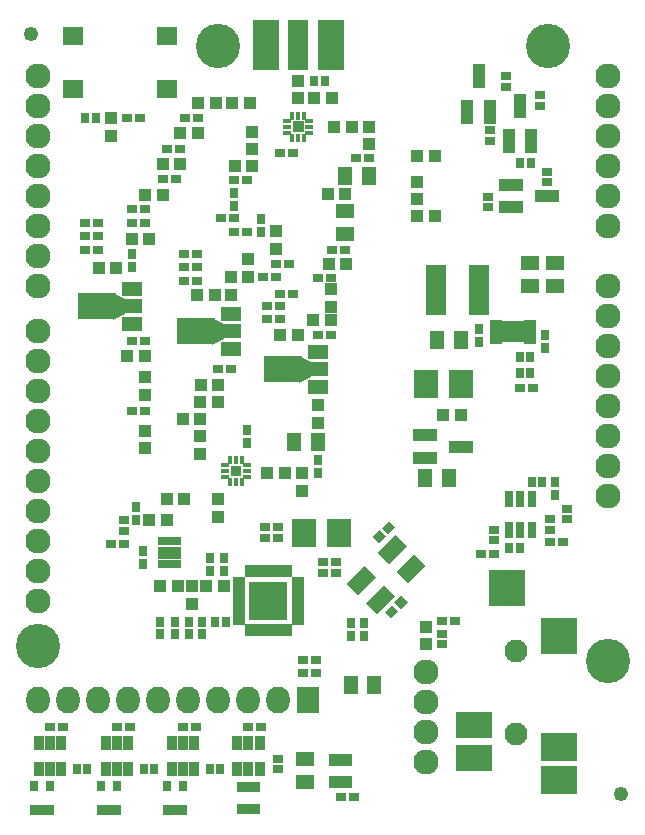
<source format=gts>
G04 #@! TF.FileFunction,Soldermask,Top*
%FSLAX46Y46*%
G04 Gerber Fmt 4.6, Leading zero omitted, Abs format (unit mm)*
G04 Created by KiCad (PCBNEW 4.0.0-rc1-stable) date 2/9/2016 2:30:25 PM*
%MOMM*%
G01*
G04 APERTURE LIST*
%ADD10C,0.150000*%
%ADD11R,3.050000X2.250000*%
%ADD12R,3.050000X2.450000*%
%ADD13R,3.050000X3.050000*%
%ADD14C,1.950000*%
%ADD15C,2.129600*%
%ADD16R,0.504000X1.012000*%
%ADD17R,1.012000X0.504000*%
%ADD18R,3.249740X3.249740*%
%ADD19R,0.798640X1.448880*%
%ADD20R,1.800000X1.550000*%
%ADD21R,1.050000X1.000000*%
%ADD22R,1.000000X1.050000*%
%ADD23R,1.977200X2.282000*%
%ADD24O,1.977200X2.282000*%
%ADD25R,1.751140X1.250760*%
%ADD26R,3.249740X2.248980*%
%ADD27R,0.850000X0.750000*%
%ADD28R,0.750000X0.850000*%
%ADD29R,0.650000X0.850000*%
%ADD30R,0.850000X0.650000*%
%ADD31R,0.690000X0.450000*%
%ADD32R,0.450000X0.690000*%
%ADD33R,0.630000X0.630000*%
%ADD34R,0.850000X1.250000*%
%ADD35R,0.670000X0.950000*%
%ADD36R,0.648780X0.999300*%
%ADD37R,0.656400X0.910400*%
%ADD38R,1.250000X1.500000*%
%ADD39R,1.500000X1.250000*%
%ADD40C,1.248220*%
%ADD41R,2.050000X2.480000*%
%ADD42R,0.550000X0.750000*%
%ADD43R,1.130000X1.050000*%
%ADD44R,1.750000X4.250000*%
%ADD45R,1.000000X0.550000*%
%ADD46R,1.125000X0.975000*%
%ADD47R,2.050860X1.050100*%
%ADD48R,2.250000X4.314000*%
%ADD49R,1.774000X4.314000*%
%ADD50R,1.050100X2.050860*%
%ADD51C,3.750000*%
G04 APERTURE END LIST*
D10*
D11*
X39500000Y-3095000D03*
X39500000Y-295000D03*
D12*
X46700000Y-2195000D03*
X46700000Y-4995000D03*
D13*
X46700000Y7205000D03*
X42350000Y11305000D03*
D14*
X43100000Y-1095000D03*
X43100000Y5905000D03*
D15*
X35470000Y1625000D03*
X35470000Y-915000D03*
X35470000Y-3455000D03*
X35470000Y4165000D03*
D16*
X23349680Y7680640D03*
X22849300Y7680640D03*
X22348920Y7680640D03*
X23850060Y7680640D03*
D17*
X24599360Y8429940D03*
X24599360Y8930320D03*
X24599360Y9430700D03*
X24599360Y9931080D03*
X24599360Y10428920D03*
X24599360Y10929300D03*
X24599360Y11429680D03*
X24599360Y11930060D03*
D16*
X20349940Y12679360D03*
X23850060Y12679360D03*
X23349680Y12679360D03*
X22849300Y12679360D03*
X22348920Y12679360D03*
X21851080Y12679360D03*
X21350700Y12679360D03*
X20850320Y12679360D03*
D17*
X19600640Y11930060D03*
X19600640Y11429680D03*
X19600640Y10929300D03*
X19600640Y10428920D03*
X19600640Y9931080D03*
X19600640Y9430700D03*
X19600640Y8930320D03*
X19600640Y8429940D03*
D16*
X20349940Y7680640D03*
X20850320Y7680640D03*
X21350700Y7680640D03*
X21851080Y7680640D03*
D18*
X22100000Y10180000D03*
D10*
G36*
X31301412Y9033315D02*
X30346945Y9987782D01*
X31867168Y11508005D01*
X32821635Y10553538D01*
X31301412Y9033315D01*
X31301412Y9033315D01*
G37*
G36*
X33916462Y11648365D02*
X32961995Y12602832D01*
X34482218Y14123055D01*
X35436685Y13168588D01*
X33916462Y11648365D01*
X33916462Y11648365D01*
G37*
G36*
X32292832Y13271995D02*
X31338365Y14226462D01*
X32858588Y15746685D01*
X33813055Y14792218D01*
X32292832Y13271995D01*
X32292832Y13271995D01*
G37*
G36*
X29677782Y10656945D02*
X28723315Y11611412D01*
X30243538Y13131635D01*
X31198005Y12177168D01*
X29677782Y10656945D01*
X29677782Y10656945D01*
G37*
D19*
X42510040Y18777940D03*
X43460000Y18777940D03*
X44409960Y18777940D03*
X44409960Y16182060D03*
X43460000Y16182060D03*
X42510040Y16182060D03*
D20*
X13545000Y53500000D03*
X5595000Y53500000D03*
X5595000Y58000000D03*
X13545000Y58000000D03*
D21*
X11660000Y30940000D03*
X10160000Y30940000D03*
X17870000Y28470000D03*
X16370000Y28470000D03*
D22*
X24930000Y21010000D03*
X24930000Y19510000D03*
D21*
X10550000Y40790000D03*
X12050000Y40790000D03*
D22*
X20380000Y37590000D03*
X20380000Y39090000D03*
D21*
X7750000Y38400000D03*
X9250000Y38400000D03*
X16060000Y36090000D03*
X17560000Y36090000D03*
D22*
X11660000Y27600000D03*
X11660000Y29100000D03*
X18950000Y37600000D03*
X18950000Y36100000D03*
X26320000Y25260000D03*
X26320000Y26760000D03*
D21*
X23110000Y32670000D03*
X24610000Y32670000D03*
D23*
X25480000Y1780000D03*
D24*
X22940000Y1780000D03*
X20400000Y1780000D03*
X17860000Y1780000D03*
X15320000Y1780000D03*
X12780000Y1780000D03*
X10240000Y1780000D03*
X7700000Y1780000D03*
X5160000Y1780000D03*
X2620000Y1780000D03*
D21*
X38400000Y25930000D03*
X36900000Y25930000D03*
D25*
X10561660Y33618860D03*
X10561660Y35120000D03*
X10561660Y36621140D03*
D26*
X7610180Y35120000D03*
D10*
G36*
X8959650Y36245760D02*
X9958950Y35745380D01*
X9958950Y34494620D01*
X8959650Y33994240D01*
X8959650Y36245760D01*
X8959650Y36245760D01*
G37*
D25*
X18941660Y31498860D03*
X18941660Y33000000D03*
X18941660Y34501140D03*
D26*
X15990180Y33000000D03*
D10*
G36*
X17339650Y34125760D02*
X18338950Y33625380D01*
X18338950Y32374620D01*
X17339650Y31874240D01*
X17339650Y34125760D01*
X17339650Y34125760D01*
G37*
D25*
X26321660Y28268860D03*
X26321660Y29770000D03*
X26321660Y31271140D03*
D26*
X23370180Y29770000D03*
D10*
G36*
X24719650Y30895760D02*
X25718950Y30395380D01*
X25718950Y29144620D01*
X24719650Y28644240D01*
X24719650Y30895760D01*
X24719650Y30895760D01*
G37*
D27*
X25060000Y5190000D03*
X26160000Y5190000D03*
X25060000Y4040000D03*
X26160000Y4040000D03*
D28*
X16500000Y8430000D03*
X16500000Y7330000D03*
X15360000Y8430000D03*
X15360000Y7330000D03*
X29110000Y8280000D03*
X29110000Y7180000D03*
X30180000Y8280000D03*
X30180000Y7180000D03*
X14190000Y8430000D03*
X14190000Y7330000D03*
X12950000Y8430000D03*
X12950000Y7330000D03*
D10*
G36*
X32525736Y8735406D02*
X31995406Y9265736D01*
X32596446Y9866776D01*
X33126776Y9336446D01*
X32525736Y8735406D01*
X32525736Y8735406D01*
G37*
G36*
X33303554Y9513224D02*
X32773224Y10043554D01*
X33374264Y10644594D01*
X33904594Y10114264D01*
X33303554Y9513224D01*
X33303554Y9513224D01*
G37*
G36*
X31455736Y15035406D02*
X30925406Y15565736D01*
X31526446Y16166776D01*
X32056776Y15636446D01*
X31455736Y15035406D01*
X31455736Y15035406D01*
G37*
G36*
X32233554Y15813224D02*
X31703224Y16343554D01*
X32304264Y16944594D01*
X32834594Y16414264D01*
X32233554Y15813224D01*
X32233554Y15813224D01*
G37*
D27*
X21820000Y15510000D03*
X22920000Y15510000D03*
X21820000Y16460000D03*
X22920000Y16460000D03*
D28*
X18320000Y12680000D03*
X18320000Y13780000D03*
X17180000Y12680000D03*
X17180000Y13780000D03*
D27*
X20420000Y-510000D03*
X21520000Y-510000D03*
X29340000Y-6470000D03*
X28240000Y-6470000D03*
D22*
X24650000Y52720000D03*
X24650000Y54220000D03*
X11660000Y23080000D03*
X11660000Y24580000D03*
X16360000Y22640000D03*
X16360000Y24140000D03*
D21*
X22030000Y21010000D03*
X23530000Y21010000D03*
D27*
X24160000Y48075000D03*
X23060000Y48075000D03*
X7730000Y41070000D03*
X6630000Y41070000D03*
D28*
X20310000Y23520000D03*
X20310000Y24620000D03*
X39950000Y32120000D03*
X39950000Y33220000D03*
D27*
X23110000Y35180000D03*
X22010000Y35180000D03*
X47100000Y15120000D03*
X46000000Y15120000D03*
D22*
X8790000Y49560000D03*
X8790000Y51060000D03*
D27*
X11240000Y51050000D03*
X10140000Y51050000D03*
D28*
X46390000Y20260000D03*
X46390000Y19160000D03*
D27*
X37930000Y8450000D03*
X36830000Y8450000D03*
D28*
X21480000Y41450000D03*
X21480000Y42550000D03*
D27*
X14660000Y48440000D03*
X13560000Y48440000D03*
X19210000Y42570000D03*
X18110000Y42570000D03*
X41200000Y14180000D03*
X40100000Y14180000D03*
D22*
X35460000Y8000000D03*
X35460000Y6500000D03*
D29*
X18500000Y8430000D03*
X17600000Y8430000D03*
X43410000Y14640000D03*
X42510000Y14640000D03*
D30*
X41220000Y16190000D03*
X41220000Y15290000D03*
D29*
X44410000Y20260000D03*
X45310000Y20260000D03*
X7490000Y51050000D03*
X6590000Y51050000D03*
D30*
X46000000Y17080000D03*
X46000000Y16180000D03*
X47430000Y17090000D03*
X47430000Y17990000D03*
X36830000Y7410000D03*
X36830000Y6510000D03*
X42275000Y54605000D03*
X42275000Y53705000D03*
X45075000Y52105000D03*
X45075000Y53005000D03*
D31*
X23720000Y50820000D03*
X23720000Y50320000D03*
X23720000Y49820000D03*
D32*
X24150000Y49390000D03*
X24650000Y49390000D03*
X25150000Y49390000D03*
D31*
X25580000Y49820000D03*
X25580000Y50320000D03*
X25580000Y50820000D03*
D32*
X25150000Y51250000D03*
X24650000Y51250000D03*
X24150000Y51250000D03*
D33*
X24840000Y50130000D03*
X24840000Y50510000D03*
X24460000Y50130000D03*
X24460000Y50510000D03*
D31*
X20310000Y20660000D03*
X20310000Y21160000D03*
X20310000Y21660000D03*
D32*
X19880000Y22090000D03*
X19380000Y22090000D03*
X18880000Y22090000D03*
D31*
X18450000Y21660000D03*
X18450000Y21160000D03*
X18450000Y20660000D03*
D32*
X18880000Y20230000D03*
X19380000Y20230000D03*
X19880000Y20230000D03*
D33*
X19190000Y21350000D03*
X19190000Y20970000D03*
X19570000Y21350000D03*
X19570000Y20970000D03*
D27*
X9285000Y-515000D03*
X10385000Y-515000D03*
X14885000Y-515000D03*
X15985000Y-515000D03*
X3610000Y-515000D03*
X4710000Y-515000D03*
X11660000Y43330000D03*
X10560000Y43330000D03*
X22740000Y38730000D03*
X23840000Y38730000D03*
D21*
X27410000Y33960000D03*
X25910000Y33960000D03*
D34*
X21370000Y-1880000D03*
X20420000Y-1880000D03*
X19470000Y-1880000D03*
X19470000Y-4080000D03*
X20420000Y-4080000D03*
X21370000Y-4080000D03*
X15835000Y-1890000D03*
X14885000Y-1890000D03*
X13935000Y-1890000D03*
X13935000Y-4090000D03*
X14885000Y-4090000D03*
X15835000Y-4090000D03*
X10235000Y-1890000D03*
X9285000Y-1890000D03*
X8335000Y-1890000D03*
X8335000Y-4090000D03*
X9285000Y-4090000D03*
X10235000Y-4090000D03*
X4560000Y-1890000D03*
X3610000Y-1890000D03*
X2660000Y-1890000D03*
X2660000Y-4090000D03*
X3610000Y-4090000D03*
X4560000Y-4090000D03*
D30*
X22970000Y-3180000D03*
X22970000Y-4080000D03*
D29*
X12460000Y-4090000D03*
X11560000Y-4090000D03*
X18040000Y-4090000D03*
X17140000Y-4090000D03*
X6785000Y-4090000D03*
X5885000Y-4090000D03*
D35*
X19770000Y-7450000D03*
X20420000Y-7450000D03*
X21070000Y-7450000D03*
X21070000Y-5550000D03*
X20420000Y-5550000D03*
X19770000Y-5550000D03*
D27*
X28630000Y39900000D03*
X27530000Y39900000D03*
D36*
X28890240Y-3290040D03*
X28240000Y-3290040D03*
X27589760Y-3290040D03*
X27589760Y-5189960D03*
X28240000Y-5189960D03*
X28890240Y-5189960D03*
D37*
X7969600Y-7506000D03*
X9290400Y-7506000D03*
X8630000Y-7506000D03*
X9290400Y-5474000D03*
X7969600Y-5474000D03*
X13559600Y-7506000D03*
X14880400Y-7506000D03*
X14220000Y-7506000D03*
X14880400Y-5474000D03*
X13559600Y-5474000D03*
X2289600Y-7506000D03*
X3610400Y-7506000D03*
X2950000Y-7506000D03*
X3610400Y-5474000D03*
X2289600Y-5474000D03*
D21*
X28630000Y44610000D03*
X27130000Y44610000D03*
X20560000Y52290000D03*
X19060000Y52290000D03*
X15000000Y18805000D03*
X13500000Y18805000D03*
X13160000Y44580000D03*
X11660000Y44580000D03*
D22*
X22740000Y41460000D03*
X22740000Y39960000D03*
D21*
X14670000Y47160000D03*
X13170000Y47160000D03*
X16160000Y49750000D03*
X14660000Y49750000D03*
X17680000Y52300000D03*
X16180000Y52300000D03*
X20760000Y46990000D03*
X19260000Y46990000D03*
D27*
X7720000Y39880000D03*
X6620000Y39880000D03*
X16060000Y37270000D03*
X14960000Y37270000D03*
X23110000Y34030000D03*
X22010000Y34030000D03*
X16060000Y38420000D03*
X14960000Y38420000D03*
D21*
X16360000Y25540000D03*
X14860000Y25540000D03*
D27*
X11660000Y26220000D03*
X10560000Y26220000D03*
X7730000Y42200000D03*
X6630000Y42200000D03*
X16060000Y39540000D03*
X14960000Y39540000D03*
X23100000Y36180000D03*
X24200000Y36180000D03*
X13170000Y45860000D03*
X14270000Y45860000D03*
D38*
X26320000Y23590000D03*
X24320000Y23590000D03*
D27*
X16160000Y51050000D03*
X15060000Y51050000D03*
X19210000Y45770000D03*
X20310000Y45770000D03*
X30620000Y47650000D03*
X29520000Y47650000D03*
D22*
X20770000Y49910000D03*
X20770000Y48410000D03*
D21*
X27680000Y50320000D03*
X29180000Y50320000D03*
X12950000Y11430000D03*
X14450000Y11430000D03*
D27*
X27400000Y37490000D03*
X26300000Y37490000D03*
D28*
X10950000Y17030000D03*
X10950000Y18130000D03*
D27*
X9900000Y15005000D03*
X8800000Y15005000D03*
X11660000Y32150000D03*
X10560000Y32150000D03*
D21*
X16360000Y27050000D03*
X17860000Y27050000D03*
D27*
X17860000Y29820000D03*
X18960000Y29820000D03*
D28*
X10560000Y39510000D03*
X10560000Y38410000D03*
X26320000Y21010000D03*
X26320000Y22110000D03*
D27*
X11660000Y42130000D03*
X10560000Y42130000D03*
X22740000Y37600000D03*
X21640000Y37600000D03*
X27420000Y32670000D03*
X26320000Y32670000D03*
X19230000Y41450000D03*
X20330000Y41450000D03*
D39*
X28630000Y43220000D03*
X28630000Y41220000D03*
D28*
X19220000Y44720000D03*
X19220000Y43620000D03*
D38*
X30630000Y46160000D03*
X28630000Y46160000D03*
D28*
X11475000Y13305000D03*
X11475000Y14405000D03*
D30*
X9900000Y17030000D03*
X9900000Y16130000D03*
D40*
X51960000Y-6190000D03*
X2050000Y58160000D03*
D41*
X28090000Y15940000D03*
X25170000Y15940000D03*
D42*
X13000000Y13305000D03*
X13500000Y13305000D03*
X14000000Y13305000D03*
X14500000Y13305000D03*
X14500000Y15205000D03*
X14000000Y15205000D03*
X13500000Y15205000D03*
X13000000Y15205000D03*
D43*
X14190000Y14255000D03*
X13310000Y14255000D03*
D22*
X34700000Y44160000D03*
X34700000Y45660000D03*
D21*
X34700000Y47820000D03*
X36200000Y47820000D03*
X34700000Y42740000D03*
X36200000Y42740000D03*
X27500000Y52730000D03*
X26000000Y52730000D03*
D22*
X17860000Y17310000D03*
X17860000Y18810000D03*
D29*
X26010000Y54220000D03*
X26910000Y54220000D03*
D28*
X45560000Y32720000D03*
X45560000Y31620000D03*
D27*
X44480000Y28230000D03*
X43380000Y28230000D03*
D41*
X35490000Y28505000D03*
X38410000Y28505000D03*
D29*
X43380000Y29470000D03*
X44280000Y29470000D03*
X44280000Y30810000D03*
X43380000Y30810000D03*
D39*
X46360000Y36810000D03*
X46360000Y38810000D03*
X44280000Y36810000D03*
X44280000Y38810000D03*
D38*
X36400000Y32260000D03*
X38400000Y32260000D03*
D44*
X39950000Y36480000D03*
X36350000Y36480000D03*
D38*
X37400000Y20580000D03*
X35400000Y20580000D03*
D21*
X13500000Y17030000D03*
X12000000Y17030000D03*
D22*
X27400000Y36550000D03*
X27400000Y35050000D03*
D21*
X28730000Y38660000D03*
X27230000Y38660000D03*
D22*
X30620000Y50320000D03*
X30620000Y48820000D03*
D38*
X31080000Y3090000D03*
X29080000Y3090000D03*
D39*
X25200000Y-5180000D03*
X25200000Y-3180000D03*
D45*
X44280000Y32220000D03*
X44280000Y32720000D03*
X44280000Y33220000D03*
X44280000Y33720000D03*
X41380000Y33720000D03*
X41380000Y33220000D03*
X41380000Y32720000D03*
X41380000Y32220000D03*
D46*
X42392500Y33332500D03*
X42392500Y32607500D03*
X43267500Y33332500D03*
X43267500Y32607500D03*
D47*
X35398860Y24180000D03*
X35398860Y22280000D03*
X38401140Y23230000D03*
D48*
X21878000Y57240000D03*
X27402000Y57240000D03*
D49*
X24640000Y57240000D03*
D21*
X16850000Y11430000D03*
X18350000Y11430000D03*
D22*
X15650000Y9930000D03*
X15650000Y11430000D03*
D47*
X42698860Y45405000D03*
X42698860Y43505000D03*
X45701140Y44455000D03*
D50*
X42450000Y49103860D03*
X44350000Y49103860D03*
X43400000Y52106140D03*
X38975000Y51603860D03*
X40875000Y51603860D03*
X39925000Y54606140D03*
D30*
X40725000Y43505000D03*
X40725000Y44405000D03*
X27875000Y12530000D03*
X27875000Y13430000D03*
D29*
X44350000Y47230000D03*
X43450000Y47230000D03*
D30*
X40875000Y50005000D03*
X40875000Y49105000D03*
X45700000Y45605000D03*
X45700000Y46505000D03*
D15*
X50830000Y26680000D03*
X50830000Y29220000D03*
X50830000Y41920000D03*
X50830000Y44460000D03*
X50830000Y47000000D03*
X50830000Y49540000D03*
X50830000Y52080000D03*
X50830000Y54620000D03*
X2570000Y15250000D03*
X2570000Y49540000D03*
X2570000Y47000000D03*
X2570000Y44460000D03*
X2570000Y41920000D03*
X2570000Y39380000D03*
X2570000Y36840000D03*
X2570000Y33030000D03*
X2570000Y30490000D03*
X2570000Y27950000D03*
X2570000Y25410000D03*
X2570000Y22870000D03*
X2570000Y20330000D03*
X50830000Y31760000D03*
X50830000Y34300000D03*
X2570000Y17790000D03*
X50830000Y24140000D03*
X2570000Y54620000D03*
X2570000Y52080000D03*
X50830000Y36840000D03*
D51*
X2570000Y6360000D03*
X45755000Y57165000D03*
X17815000Y57160000D03*
X50830000Y5095000D03*
D15*
X2570000Y12710000D03*
X2570000Y10170000D03*
X50830000Y21600000D03*
X50830000Y19060000D03*
D30*
X26750000Y12530000D03*
X26750000Y13430000D03*
M02*

</source>
